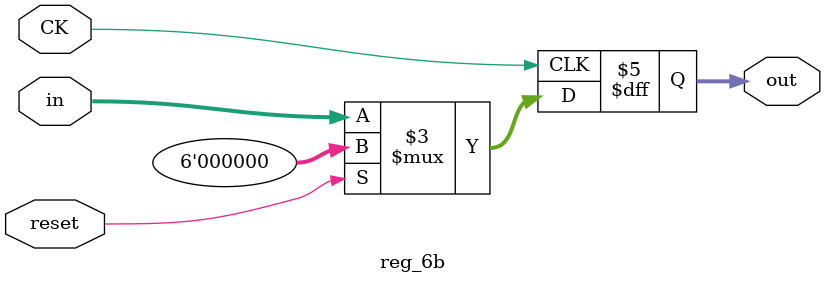
<source format=v>
`timescale 1ns / 1ps


module reg_6b(output reg [5:0] out,
              input [5:0] in,
              input reset,
              input CK);
              
              always @ (posedge CK)
              if(reset) out <= 0;
                    else out <= in ;
endmodule

</source>
